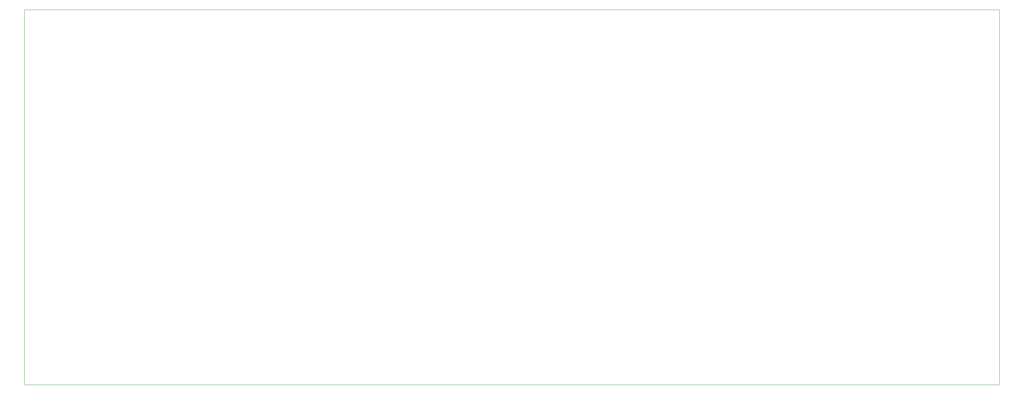
<source format=gm1>
G04 #@! TF.GenerationSoftware,KiCad,Pcbnew,8.0.4*
G04 #@! TF.CreationDate,2024-08-07T22:07:56-04:00*
G04 #@! TF.ProjectId,steno,7374656e-6f2e-46b6-9963-61645f706362,1*
G04 #@! TF.SameCoordinates,Original*
G04 #@! TF.FileFunction,Profile,NP*
%FSLAX46Y46*%
G04 Gerber Fmt 4.6, Leading zero omitted, Abs format (unit mm)*
G04 Created by KiCad (PCBNEW 8.0.4) date 2024-08-07 22:07:56*
%MOMM*%
%LPD*%
G01*
G04 APERTURE LIST*
G04 #@! TA.AperFunction,Profile*
%ADD10C,0.050000*%
G04 #@! TD*
G04 APERTURE END LIST*
D10*
X15875000Y-50800000D02*
X263525000Y-50800000D01*
X263525000Y-146050000D01*
X15875000Y-146050000D01*
X15875000Y-50800000D01*
M02*

</source>
